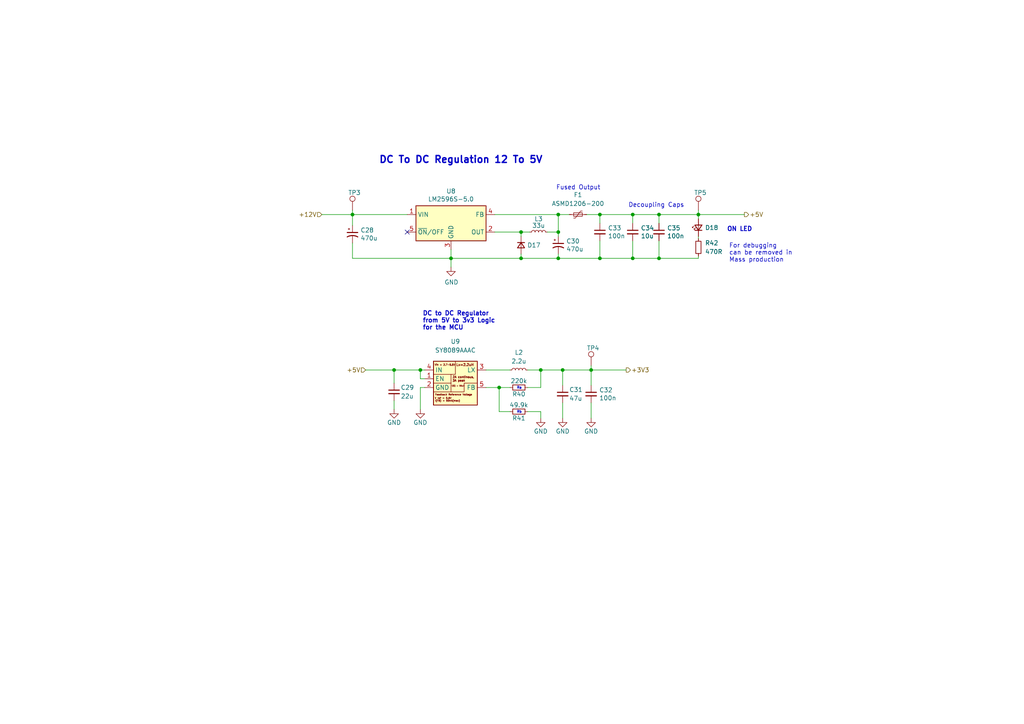
<source format=kicad_sch>
(kicad_sch (version 20211123) (generator eeschema)
  (paper "A4")
  (title_block (title "MKULIMA IOT DEVICE") (date "2022-10-26") (rev "v01") (comment 1 "Checked By: ") (comment 2 "Designed By: ") (comment 3 "Project Lead: Peter Kirumba") (comment 4 "MKULIMA IOT DEVICE"))
  (lib_symbols
    (symbol "Connector:TestPoint" (pin_numbers hide) (pin_names (offset 0.762) hide)
      (property "Reference" "TP" (at 0 6.858 0))
      (property "Value" "TestPoint" (at 0 5.08 0))
      (symbol "TestPoint_0_1"
        (circle (center 0 3.302) (radius 0.762))
      )
      (symbol "TestPoint_1_1"
        (pin passive line (at 0 0 90) (length 2.54) (name "1") (number "1"))
      )
    )
    (symbol "Device:CP1_Small" (pin_numbers hide) (pin_names (offset 0.254) hide)
      (property "Reference" "C" (at 0.254 1.778 0))
      (property "Value" "Device_CP1_Small" (at 0.254 -2.032 0))
      (symbol "CP1_Small_0_1"
        (polyline (pts (xy -1.524 0.508) (xy 1.524 0.508)) (stroke (width 0.3048)))
        (polyline (pts (xy -1.27 1.524) (xy -0.762 1.524)))
        (polyline (pts (xy -1.016 1.27) (xy -1.016 1.778)))
        (arc (start 1.524 -0.762) (mid 0 -0.3734) (end -1.524 -0.762) (stroke (width 0.3048)))
      )
      (symbol "CP1_Small_1_1"
        (pin passive line (at 0 2.54 270) (length 2.032) (name "~") (number "1"))
        (pin passive line (at 0 -2.54 90) (length 2.032) (name "~") (number "2"))
      )
    )
    (symbol "Device:C_Small" (pin_numbers hide) (pin_names (offset 0.254) hide)
      (property "Reference" "C" (at 0.254 1.778 0))
      (property "Value" "C_Small" (at 0.254 -2.032 0))
      (symbol "C_Small_0_1"
        (polyline (pts (xy -1.524 -0.508) (xy 1.524 -0.508)) (stroke (width 0.3302)))
        (polyline (pts (xy -1.524 0.508) (xy 1.524 0.508)) (stroke (width 0.3048)))
      )
      (symbol "C_Small_1_1"
        (pin passive line (at 0 2.54 270) (length 2.032) (name "~") (number "1"))
        (pin passive line (at 0 -2.54 90) (length 2.032) (name "~") (number "2"))
      )
    )
    (symbol "Device:D_Small" (pin_numbers hide) (pin_names (offset 0.254) hide)
      (property "Reference" "D" (at -1.27 2.032 0))
      (property "Value" "D_Small" (at -3.81 -2.032 0))
      (symbol "D_Small_0_1"
        (polyline (pts (xy -0.762 -1.016) (xy -0.762 1.016)) (stroke (width 0.254)))
        (polyline (pts (xy -0.762 0) (xy 0.762 0)))
        (polyline (pts (xy 0.762 -1.016) (xy -0.762 0) (xy 0.762 1.016) (xy 0.762 -1.016)) (stroke (width 0.254)))
      )
      (symbol "D_Small_1_1"
        (pin passive line (at -2.54 0 0) (length 1.778) (name "K") (number "1"))
        (pin passive line (at 2.54 0 180) (length 1.778) (name "A") (number "2"))
      )
    )
    (symbol "Device:LED_Small" (pin_numbers hide) (pin_names (offset 0.254) hide)
      (property "Reference" "D" (at -1.27 3.175 0))
      (property "Value" "LED_Small" (at -4.445 -2.54 0))
      (symbol "LED_Small_0_1"
        (polyline (pts (xy -0.762 -1.016) (xy -0.762 1.016)) (stroke (width 0.254)))
        (polyline (pts (xy 1.016 0) (xy -0.762 0)))
        (polyline (pts (xy 0.762 -1.016) (xy -0.762 0) (xy 0.762 1.016) (xy 0.762 -1.016)) (stroke (width 0.254)))
        (polyline (pts (xy 0 0.762) (xy -0.508 1.27) (xy -0.254 1.27) (xy -0.508 1.27) (xy -0.508 1.016)))
        (polyline (pts (xy 0.508 1.27) (xy 0 1.778) (xy 0.254 1.778) (xy 0 1.778) (xy 0 1.524)))
      )
      (symbol "LED_Small_1_1"
        (pin passive line (at -2.54 0 0) (length 1.778) (name "K") (number "1"))
        (pin passive line (at 2.54 0 180) (length 1.778) (name "A") (number "2"))
      )
    )
    (symbol "Device:L_Small" (pin_numbers hide) (pin_names (offset 0.254) hide)
      (property "Reference" "L" (at 0.762 1.016 0))
      (property "Value" "L_Small" (at 0.762 -1.016 0))
      (symbol "L_Small_0_1"
        (arc (start 0 -2.032) (mid 0.508 -1.524) (end 0 -1.016))
        (arc (start 0 -1.016) (mid 0.508 -0.508) (end 0 0))
        (arc (start 0 0) (mid 0.508 0.508) (end 0 1.016))
        (arc (start 0 1.016) (mid 0.508 1.524) (end 0 2.032))
      )
      (symbol "L_Small_1_1"
        (pin passive line (at 0 2.54 270) (length 0.508) (name "~") (number "1"))
        (pin passive line (at 0 -2.54 90) (length 0.508) (name "~") (number "2"))
      )
    )
    (symbol "Device:Polyfuse_Small" (pin_numbers hide) (pin_names (offset 0))
      (property "Reference" "F" (at -1.905 0 90))
      (property "Value" "Polyfuse_Small" (at 1.905 0 90))
      (symbol "Polyfuse_Small_0_1"
        (rectangle (start -0.508 1.27) (end 0.508 -1.27))
        (polyline (pts (xy 0 2.54) (xy 0 -2.54)))
        (polyline (pts (xy -1.016 1.27) (xy -1.016 0.762) (xy 1.016 -0.762) (xy 1.016 -1.27)))
      )
      (symbol "Polyfuse_Small_1_1"
        (pin passive line (at 0 2.54 270) (length 0.635) (name "~") (number "1"))
        (pin passive line (at 0 -2.54 90) (length 0.635) (name "~") (number "2"))
      )
    )
    (symbol "Device:R_Small" (pin_numbers hide) (pin_names (offset 0.254) hide)
      (property "Reference" "R" (at 0.762 0.508 0))
      (property "Value" "R_Small" (at 0.762 -1.016 0))
      (symbol "R_Small_0_1"
        (rectangle (start -0.762 1.778) (end 0.762 -1.778) (stroke (width 0.2032)))
      )
      (symbol "R_Small_1_1"
        (pin passive line (at 0 2.54 270) (length 0.762) (name "~") (number "1"))
        (pin passive line (at 0 -2.54 90) (length 0.762) (name "~") (number "2"))
      )
    )
    (symbol "GCL_Integrated-Circuits:SY8089AAAC"
      (property "Reference" "U" (at 0 10.287 0))
      (property "Value" "SY8089AAAC" (at 0.381 7.747 0))
      (symbol "SY8089AAAC_0_0"
        (text "2A continous, " (at 2.54 1.778 0) (effects (font (size 0.6 0.6))))
        (text "3A peak" (at 1.016 0.762 0) (effects (font (size 0.6 0.6))))
        (text "Feedback Reference Voltage" (at -0.508 -3.302 0) (effects (font (size 0.5 0.5))))
        (text "I(FB) = 50nA(max)" (at -2.286 -5.08 0) (effects (font (size 0.5 0.5))))
        (text "I(Q) = 55uA" (at 0.762 -0.762 0) (effects (font (size 0.4 0.4))))
        (text "Lx=2.2uH" (at 2.794 5.334 0) (effects (font (size 0.7 0.7))))
        (text "V ref = 0.6V" (at -3.556 -4.318 0) (effects (font (size 0.5 0.5))))
        (text "Vin = 2.7-5.5V" (at -3.048 5.334 0) (effects (font (size 0.5 0.5))))
      )
      (symbol "SY8089AAAC_0_1"
        (rectangle (start -6.35 6.35) (end 6.35 -6.35) (stroke (width 0.254)) (fill (type background)))
        (polyline (pts (xy -1.27 0) (xy -1.27 -2.54) (xy -6.35 -2.54)))
        (polyline (pts (xy -1.27 2.54) (xy -1.27 0) (xy -6.35 0)))
        (polyline (pts (xy 0 6.35) (xy 0 2.54) (xy -6.35 2.54)))
        (polyline (pts (xy -1.27 -2.54) (xy 2.54 -2.54) (xy 2.54 0) (xy 6.35 0)))
      )
      (symbol "SY8089AAAC_1_1"
        (pin input line (at -8.89 1.27 0) (length 2.54) (name "EN") (number "1"))
        (pin input line (at -8.89 -1.27 0) (length 2.54) (name "GND") (number "2"))
        (pin input line (at 8.89 3.81 180) (length 2.54) (name "LX") (number "3"))
        (pin input line (at -8.89 3.81 0) (length 2.54) (name "IN") (number "4"))
        (pin input line (at 8.89 -1.27 180) (length 2.54) (name "FB") (number "5"))
      )
    )
    (symbol "Regulator_Switching:LM2596S-3.3"
      (property "Reference" "U" (at -10.16 6.35 0))
      (property "Value" "LM2596S-3.3" (at 0 6.35 0))
      (symbol "LM2596S-3.3_0_1"
        (rectangle (start -10.16 5.08) (end 10.16 -5.08) (stroke (width 0.254)) (fill (type background)))
      )
      (symbol "LM2596S-3.3_1_1"
        (pin power_in line (at -12.7 2.54 0) (length 2.54) (name "VIN") (number "1"))
        (pin output line (at 12.7 -2.54 180) (length 2.54) (name "OUT") (number "2"))
        (pin power_in line (at 0 -7.62 90) (length 2.54) (name "GND") (number "3"))
        (pin input line (at 12.7 2.54 180) (length 2.54) (name "FB") (number "4"))
        (pin input line (at -12.7 -2.54 0) (length 2.54) (name "~{ON}/OFF") (number "5"))
      )
    )
    (symbol "power:GND" (power) (pin_names (offset 0))
      (property "Value" "GND" (at 0 -3.81 0))
      (symbol "GND_0_1"
        (polyline (pts (xy 0 0) (xy 0 -1.27) (xy 1.27 -1.27) (xy 0 -2.54) (xy -1.27 -1.27) (xy 0 -1.27)))
      )
      (symbol "GND_1_1"
        (pin power_in line (at 0 0 270) (length 0) hide (name "GND") (number "1"))
      )
    )
  )
  (junction (at 173.99 74.93))
  (junction (at 183.515 62.23))
  (junction (at 202.565 62.23))
  (junction (at 161.925 67.31))
  (junction (at 130.81 74.93))
  (junction (at 183.515 74.93))
  (junction (at 161.925 74.93))
  (junction (at 151.13 74.93))
  (junction (at 191.135 74.93))
  (junction (at 102.235 62.23))
  (junction (at 191.135 62.23))
  (junction (at 171.45 107.315))
  (junction (at 163.195 107.315))
  (junction (at 151.13 67.31))
  (junction (at 156.845 107.315))
  (junction (at 161.925 62.23))
  (junction (at 121.92 107.315))
  (junction (at 173.99 62.23))
  (junction (at 114.3 107.315))
  (junction (at 144.78 112.395))
  (no_connect (at 118.11 67.31))
  (wire (pts (xy 163.195 107.315) (xy 171.45 107.315)))
  (wire (pts (xy 153.035 112.395) (xy 156.845 112.395)))
  (wire (pts (xy 170.18 62.23) (xy 173.99 62.23)))
  (wire (pts (xy 163.195 116.84) (xy 163.195 121.285)))
  (wire (pts (xy 173.99 74.93) (xy 161.925 74.93)))
  (wire (pts (xy 114.3 107.315) (xy 114.3 111.125)))
  (wire (pts (xy 114.3 107.315) (xy 121.92 107.315)))
  (wire (pts (xy 151.13 68.58) (xy 151.13 67.31)))
  (wire (pts (xy 151.13 74.93) (xy 151.13 73.66)))
  (wire (pts (xy 144.78 119.38) (xy 144.78 112.395)))
  (wire (pts (xy 173.99 69.85) (xy 173.99 74.93)))
  (wire (pts (xy 191.135 74.93) (xy 202.565 74.93)))
  (wire (pts (xy 202.565 62.23) (xy 215.9 62.23)))
  (wire (pts (xy 161.925 67.31) (xy 161.925 68.58)))
  (wire (pts (xy 121.92 107.315) (xy 123.19 107.315)))
  (wire (pts (xy 123.19 109.855) (xy 121.92 109.855)))
  (wire (pts (xy 156.845 107.315) (xy 163.195 107.315)))
  (wire (pts (xy 173.99 62.23) (xy 183.515 62.23)))
  (wire (pts (xy 118.11 62.23) (xy 102.235 62.23)))
  (wire (pts (xy 147.955 119.38) (xy 144.78 119.38)))
  (wire (pts (xy 161.925 74.93) (xy 161.925 73.66)))
  (wire (pts (xy 183.515 74.93) (xy 173.99 74.93)))
  (wire (pts (xy 156.845 112.395) (xy 156.845 107.315)))
  (wire (pts (xy 191.135 62.23) (xy 191.135 64.77)))
  (wire (pts (xy 153.035 107.315) (xy 156.845 107.315)))
  (wire (pts (xy 202.565 68.58) (xy 202.565 69.215)))
  (wire (pts (xy 183.515 62.23) (xy 183.515 64.77)))
  (wire (pts (xy 130.81 74.93) (xy 130.81 77.47)))
  (wire (pts (xy 183.515 69.85) (xy 183.515 74.93)))
  (wire (pts (xy 191.135 62.23) (xy 202.565 62.23)))
  (wire (pts (xy 121.92 112.395) (xy 121.92 118.745)))
  (wire (pts (xy 161.925 62.23) (xy 165.1 62.23)))
  (wire (pts (xy 171.45 106.045) (xy 171.45 107.315)))
  (wire (pts (xy 171.45 107.315) (xy 181.61 107.315)))
  (wire (pts (xy 102.235 65.405) (xy 102.235 62.23)))
  (wire (pts (xy 123.19 112.395) (xy 121.92 112.395)))
  (wire (pts (xy 140.97 107.315) (xy 147.955 107.315)))
  (wire (pts (xy 121.92 109.855) (xy 121.92 107.315)))
  (wire (pts (xy 144.78 112.395) (xy 147.955 112.395)))
  (wire (pts (xy 153.035 119.38) (xy 156.845 119.38)))
  (wire (pts (xy 171.45 116.84) (xy 171.45 121.285)))
  (wire (pts (xy 143.51 67.31) (xy 151.13 67.31)))
  (wire (pts (xy 202.565 62.23) (xy 202.565 63.5)))
  (wire (pts (xy 173.99 62.23) (xy 173.99 64.77)))
  (wire (pts (xy 130.81 74.93) (xy 151.13 74.93)))
  (wire (pts (xy 151.13 74.93) (xy 161.925 74.93)))
  (wire (pts (xy 102.235 60.96) (xy 102.235 62.23)))
  (wire (pts (xy 143.51 62.23) (xy 161.925 62.23)))
  (wire (pts (xy 106.045 107.315) (xy 114.3 107.315)))
  (wire (pts (xy 161.925 67.31) (xy 161.925 62.23)))
  (wire (pts (xy 140.97 112.395) (xy 144.78 112.395)))
  (wire (pts (xy 158.75 67.31) (xy 161.925 67.31)))
  (wire (pts (xy 156.845 119.38) (xy 156.845 121.285)))
  (wire (pts (xy 183.515 62.23) (xy 191.135 62.23)))
  (wire (pts (xy 102.235 70.485) (xy 102.235 74.93)))
  (wire (pts (xy 102.235 74.93) (xy 130.81 74.93)))
  (wire (pts (xy 93.345 62.23) (xy 102.235 62.23)))
  (wire (pts (xy 151.13 67.31) (xy 153.67 67.31)))
  (wire (pts (xy 163.195 107.315) (xy 163.195 111.76)))
  (wire (pts (xy 191.135 69.85) (xy 191.135 74.93)))
  (wire (pts (xy 114.3 116.205) (xy 114.3 118.745)))
  (wire (pts (xy 202.565 74.93) (xy 202.565 74.295)))
  (wire (pts (xy 191.135 74.93) (xy 183.515 74.93)))
  (wire (pts (xy 130.81 74.93) (xy 130.81 72.39)))
  (wire (pts (xy 202.565 60.96) (xy 202.565 62.23)))
  (wire (pts (xy 171.45 107.315) (xy 171.45 111.76)))
  (text "Ra" (at 149.86 113.03 0) (effects (font (size 0.7 0.7)) (justify left bottom)))
  (text "DC To DC Regulation 12 To 5V" (at 109.855 47.625 0) (effects (font (size 2 2) (thickness 0.4) bold) (justify left bottom)))
  (text "DC to DC Regulator \nfrom 5V to 3v3 Logic \nfor the MCU \n" (at 122.555 95.885 0) (effects (font (size 1.27 1.27) (thickness 0.254) bold) (justify left bottom)))
  (text "Fused Output" (at 161.29 55.245 0) (effects (font (size 1.27 1.27)) (justify left bottom)))
  (text "ON LED" (at 210.82 67.31 0) (effects (font (size 1.27 1.27) (thickness 0.254) bold) (justify left bottom)))
  (text "Rb" (at 149.86 120.015 0) (effects (font (size 0.7 0.7)) (justify left bottom)))
  (text "Decoupling Caps" (at 182.245 60.325 0) (effects (font (size 1.27 1.27)) (justify left bottom)))
  (text "For debugging\ncan be removed in \nMass production" (at 211.455 76.2 0) (effects (font (size 1.27 1.27)) (justify left bottom)))
  (hierarchical_label "+5V" (shape output) (at 215.9 62.23 0))
  (hierarchical_label "+12V" (shape input) (at 93.345 62.23 180))
  (hierarchical_label "+3V3" (shape output) (at 181.61 107.315 0))
  (hierarchical_label "+5V" (shape input) (at 106.045 107.315 180))
  (symbol (lib_id "Device:C_Small") (at 173.99 67.31 0) (unit 1)
    (property "Reference" "C33" (at 176.3268 66.1416 0) (effects (justify left)))
    (property "Value" "100n" (at 176.3268 68.453 0) (effects (justify left)))
    (property "Footprint" "Capacitor_SMD:C_0805_2012Metric" (effects hide))
  )
  (symbol (lib_id "Regulator_Switching:LM2596S-3.3") (at 130.81 64.77 0) (unit 1)
    (property "Reference" "U8" (at 130.81 55.4482 0))
    (property "Value" "LM2596S-5.0" (at 130.81 57.7596 0))
    (property "Footprint" "Package_TO_SOT_SMD:TO-263-5_TabPin3" (effects hide))
    (property "Datasheet" "http://www.ti.com/lit/ds/symlink/lm2596.pdf" (effects hide))
  )
  (symbol (lib_id "Device:CP1_Small") (at 102.235 67.945 0) (unit 1)
    (property "Reference" "C28" (at 104.5464 66.7766 0) (effects (justify left)))
    (property "Value" "470u" (at 104.5464 69.088 0) (effects (justify left)))
    (property "Footprint" "Capacitor_SMD:CP_Elec_6.3x7.7" (effects hide))
    (property "Mfr#" "UTOJ471M0607VG" (effects hide))
  )
  (symbol (lib_id "Device:L_Small") (at 156.21 67.31 90) (unit 1)
    (property "Reference" "L3" (at 156.21 63.5 90))
    (property "Value" "33u" (at 156.21 65.405 90))
    (property "Footprint" "greencharge-footprints:YSPI1050-xxx" (effects hide))
  )
  (symbol (lib_id "power:GND") (at 130.81 77.47 0) (unit 1)
    (property "Reference" "#PWR080" (effects hide))
    (property "Value" "GND" (at 130.937 81.8642 0))
  )
  (symbol (lib_id "Device:D_Small") (at 151.13 71.12 270) (unit 1)
    (property "Reference" "D17" (at 152.908 71.12 90) (effects (justify left)))
    (property "Value" "D_Small" (effects hide))
    (property "Footprint" "Diode_SMD:D_SMC" (effects hide))
  )
  (symbol (lib_id "Device:CP1_Small") (at 161.925 71.12 0) (unit 1)
    (property "Reference" "C30" (at 164.2364 69.9516 0) (effects (justify left)))
    (property "Value" "470u" (at 164.2364 72.263 0) (effects (justify left)))
    (property "Footprint" "Capacitor_SMD:CP_Elec_6.3x7.7" (effects hide))
    (property "Mfr#" "UTOJ471M0607VG" (effects hide))
  )
  (symbol (lib_id "Device:C_Small") (at 183.515 67.31 0) (unit 1)
    (property "Reference" "C34" (at 185.8518 66.1416 0) (effects (justify left)))
    (property "Value" "10u" (at 185.8518 68.453 0) (effects (justify left)))
    (property "Footprint" "Capacitor_SMD:C_0805_2012Metric" (effects hide))
  )
  (symbol (lib_id "Device:C_Small") (at 191.135 67.31 0) (unit 1)
    (property "Reference" "C35" (at 193.4718 66.1416 0) (effects (justify left)))
    (property "Value" "100n" (at 193.4718 68.453 0) (effects (justify left)))
    (property "Footprint" "Capacitor_SMD:C_0805_2012Metric" (effects hide))
  )
  (symbol (lib_id "Connector:TestPoint") (at 171.45 106.045 0) (unit 1)
    (property "Reference" "TP4" (at 170.18 100.965 0) (effects (justify left)))
    (property "Value" "TestPoint" (effects hide))
    (property "Footprint" "TestPoint:TestPoint_Pad_D1.5mm" (effects hide))
  )
  (symbol (lib_id "GCL_Integrated-Circuits:SY8089AAAC") (at 132.08 111.125 0) (unit 1)
    (property "Reference" "U9" (at 132.08 99.06 0))
    (property "Value" "SY8089AAAC" (at 132.08 101.6 0))
    (property "Footprint" "Package_TO_SOT_SMD:SOT-23-5" (effects hide))
  )
  (symbol (lib_id "power:GND") (at 121.92 118.745 0) (unit 1)
    (property "Reference" "#PWR079" (effects hide))
    (property "Value" "GND" (at 121.92 122.555 0))
  )
  (symbol (lib_id "Device:C_Small") (at 171.45 114.3 0) (unit 1)
    (property "Reference" "C32" (at 173.7868 113.1316 0) (effects (justify left)))
    (property "Value" "100n" (at 173.7868 115.443 0) (effects (justify left)))
    (property "Footprint" "Capacitor_SMD:C_0805_2012Metric" (effects hide))
  )
  (symbol (lib_id "power:GND") (at 163.195 121.285 0) (unit 1)
    (property "Reference" "#PWR082" (effects hide))
    (property "Value" "GND" (at 163.195 125.095 0))
  )
  (symbol (lib_id "Device:R_Small") (at 150.495 119.38 90) (unit 1)
    (property "Reference" "R41" (at 150.495 121.285 90))
    (property "Value" "49.9k" (at 150.495 117.475 90))
    (property "Footprint" "Resistor_SMD:R_0805_2012Metric" (effects hide))
  )
  (symbol (lib_id "Device:R_Small") (at 202.565 71.755 0) (unit 1)
    (property "Reference" "R42" (at 204.47 70.4849 0) (effects (justify left)))
    (property "Value" "470R" (at 204.47 73.0249 0) (effects (justify left)))
    (property "Footprint" "Resistor_SMD:R_0805_2012Metric" (effects hide))
  )
  (symbol (lib_id "Connector:TestPoint") (at 102.235 60.96 0) (unit 1)
    (property "Reference" "TP3" (at 100.965 55.88 0) (effects (justify left)))
    (property "Value" "TestPoint" (effects hide))
    (property "Footprint" "TestPoint:TestPoint_Pad_D1.5mm" (effects hide))
  )
  (symbol (lib_id "Device:C_Small") (at 163.195 114.3 0) (unit 1)
    (property "Reference" "C31" (at 165.1 113.03 0) (effects (justify left)))
    (property "Value" "47u" (at 165.1 115.57 0) (effects (justify left)))
    (property "Footprint" "Capacitor_SMD:C_0805_2012Metric" (effects hide))
  )
  (symbol (lib_id "power:GND") (at 114.3 118.745 0) (unit 1)
    (property "Reference" "#PWR078" (effects hide))
    (property "Value" "GND" (at 114.3 122.555 0))
  )
  (symbol (lib_id "Device:C_Small") (at 114.3 113.665 0) (unit 1)
    (property "Reference" "C29" (at 116.205 112.395 0) (effects (justify left)))
    (property "Value" "22u" (at 116.205 114.935 0) (effects (justify left)))
    (property "Footprint" "Capacitor_SMD:C_0805_2012Metric" (effects hide))
  )
  (symbol (lib_id "power:GND") (at 156.845 121.285 0) (unit 1)
    (property "Reference" "#PWR081" (effects hide))
    (property "Value" "GND" (at 156.845 125.095 0))
  )
  (symbol (lib_id "Device:R_Small") (at 150.495 112.395 90) (unit 1)
    (property "Reference" "R40" (at 150.495 114.3 90))
    (property "Value" "220k" (at 150.495 110.49 90))
    (property "Footprint" "Resistor_SMD:R_0805_2012Metric" (effects hide))
  )
  (symbol (lib_id "Device:LED_Small") (at 202.565 66.04 90) (unit 1)
    (property "Reference" "D18" (at 204.47 66.04 90) (effects (justify right)))
    (property "Value" "LED_Small" (effects hide))
    (property "Footprint" "LED_SMD:LED_0805_2012Metric" (effects hide))
  )
  (symbol (lib_id "Device:L_Small") (at 150.495 107.315 90) (unit 1)
    (property "Reference" "L2" (at 150.495 102.235 90))
    (property "Value" "2.2u" (at 150.495 104.775 90))
    (property "Footprint" "greencharge-footprints:NR3015T2R2M" (effects hide))
    (property "Mfr#" "NR3015T2R2M" (effects hide))
  )
  (symbol (lib_id "Connector:TestPoint") (at 202.565 60.96 0) (unit 1)
    (property "Reference" "TP5" (at 201.295 55.88 0) (effects (justify left)))
    (property "Value" "TestPoint" (effects hide))
    (property "Footprint" "TestPoint:TestPoint_Pad_D1.5mm" (effects hide))
  )
  (symbol (lib_id "Device:Polyfuse_Small") (at 167.64 62.23 270) (unit 1)
    (property "Reference" "F1" (at 167.64 56.515 90))
    (property "Value" "ASMD1206-200" (at 167.64 59.055 90))
    (property "Footprint" "Fuse:Fuse_1206_3216Metric" (effects hide))
    (property "Mfr#" "ASMD1206-200" (effects hide))
  )
  (symbol (lib_id "power:GND") (at 171.45 121.285 0) (unit 1)
    (property "Reference" "#PWR083" (effects hide))
    (property "Value" "GND" (at 171.45 125.095 0))
  )
)
</source>
